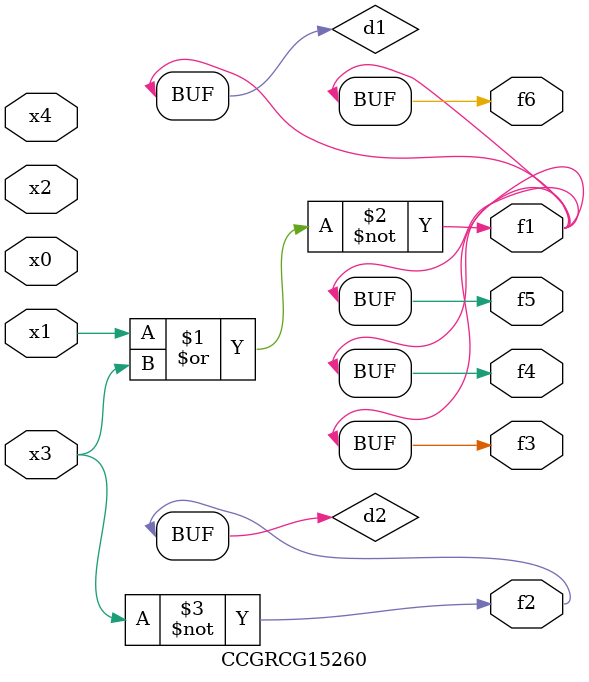
<source format=v>
module CCGRCG15260(
	input x0, x1, x2, x3, x4,
	output f1, f2, f3, f4, f5, f6
);

	wire d1, d2;

	nor (d1, x1, x3);
	not (d2, x3);
	assign f1 = d1;
	assign f2 = d2;
	assign f3 = d1;
	assign f4 = d1;
	assign f5 = d1;
	assign f6 = d1;
endmodule

</source>
